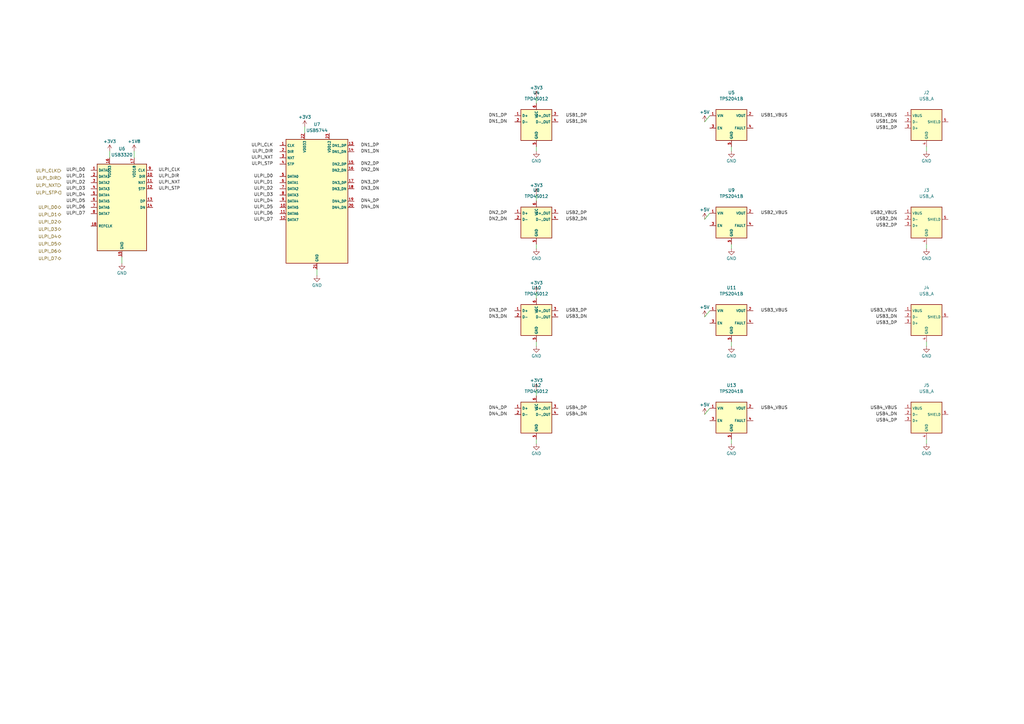
<source format=kicad_sch>
(kicad_sch (version 20231120) (generator "eeschema") (generator_version "8.0")
  (paper "A3")
  (title_block (title "USB Subsystem") (company "fcBoard"))
  (lib_symbols
    (symbol "USB3320"
      (property "Reference" "U" (at 0 16.51 0))
      (property "Value" "USB3320" (at 0 13.97 0))
      (symbol "USB3320_0_1"
        (rectangle (start -10.16 12.7) (end 10.16 -22.86) (stroke (width 0.254)) (fill (type background)))
      )
      (symbol "USB3320_1_1"
        (pin bidirectional line (at -12.7 10.16 0) (length 2.54) (name "DATA0") (number "1"))
        (pin bidirectional line (at -12.7 7.62 0) (length 2.54) (name "DATA1") (number "2"))
        (pin bidirectional line (at -12.7 5.08 0) (length 2.54) (name "DATA2") (number "3"))
        (pin bidirectional line (at -12.7 2.54 0) (length 2.54) (name "DATA3") (number "4"))
        (pin bidirectional line (at -12.7 0 0) (length 2.54) (name "DATA4") (number "5"))
        (pin bidirectional line (at -12.7 -2.54 0) (length 2.54) (name "DATA5") (number "6"))
        (pin bidirectional line (at -12.7 -5.08 0) (length 2.54) (name "DATA6") (number "7"))
        (pin bidirectional line (at -12.7 -7.62 0) (length 2.54) (name "DATA7") (number "8"))
        (pin output line (at 12.7 10.16 180) (length 2.54) (name "CLK") (number "9"))
        (pin output line (at 12.7 7.62 180) (length 2.54) (name "DIR") (number "10"))
        (pin output line (at 12.7 5.08 180) (length 2.54) (name "NXT") (number "11"))
        (pin input line (at 12.7 2.54 180) (length 2.54) (name "STP") (number "12"))
        (pin bidirectional line (at 12.7 -2.54 180) (length 2.54) (name "DP") (number "13"))
        (pin bidirectional line (at 12.7 -5.08 180) (length 2.54) (name "DN") (number "14"))
        (pin power_in line (at 0 -25.4 90) (length 2.54) (name "GND") (number "15"))
        (pin power_in line (at -5.08 15.24 270) (length 2.54) (name "VDD33") (number "16"))
        (pin power_in line (at 5.08 15.24 270) (length 2.54) (name "VDD18") (number "17"))
        (pin input line (at -12.7 -12.7 0) (length 2.54) (name "REFCLK") (number "18"))
      )
    )
    (symbol "USB5744"
      (property "Reference" "U" (at 0 26.67 0))
      (property "Value" "USB5744" (at 0 24.13 0))
      (symbol "USB5744_0_1"
        (rectangle (start -12.7 22.86) (end 12.7 -27.94) (stroke (width 0.254)) (fill (type background)))
      )
      (symbol "USB5744_1_1"
        (pin input line (at -15.24 20.32 0) (length 2.54) (name "CLK") (number "1"))
        (pin input line (at -15.24 17.78 0) (length 2.54) (name "DIR") (number "2"))
        (pin input line (at -15.24 15.24 0) (length 2.54) (name "NXT") (number "3"))
        (pin output line (at -15.24 12.7 0) (length 2.54) (name "STP") (number "4"))
        (pin bidirectional line (at -15.24 7.62 0) (length 2.54) (name "DATA0") (number "5"))
        (pin bidirectional line (at -15.24 5.08 0) (length 2.54) (name "DATA1") (number "6"))
        (pin bidirectional line (at -15.24 2.54 0) (length 2.54) (name "DATA2") (number "7"))
        (pin bidirectional line (at -15.24 0 0) (length 2.54) (name "DATA3") (number "8"))
        (pin bidirectional line (at -15.24 -2.54 0) (length 2.54) (name "DATA4") (number "9"))
        (pin bidirectional line (at -15.24 -5.08 0) (length 2.54) (name "DATA5") (number "10"))
        (pin bidirectional line (at -15.24 -7.62 0) (length 2.54) (name "DATA6") (number "11"))
        (pin bidirectional line (at -15.24 -10.16 0) (length 2.54) (name "DATA7") (number "12"))
        (pin bidirectional line (at 15.24 20.32 180) (length 2.54) (name "DN1_DP") (number "13"))
        (pin bidirectional line (at 15.24 17.78 180) (length 2.54) (name "DN1_DN") (number "14"))
        (pin bidirectional line (at 15.24 12.7 180) (length 2.54) (name "DN2_DP") (number "15"))
        (pin bidirectional line (at 15.24 10.16 180) (length 2.54) (name "DN2_DN") (number "16"))
        (pin bidirectional line (at 15.24 5.08 180) (length 2.54) (name "DN3_DP") (number "17"))
        (pin bidirectional line (at 15.24 2.54 180) (length 2.54) (name "DN3_DN") (number "18"))
        (pin bidirectional line (at 15.24 -2.54 180) (length 2.54) (name "DN4_DP") (number "19"))
        (pin bidirectional line (at 15.24 -5.08 180) (length 2.54) (name "DN4_DN") (number "20"))
        (pin power_in line (at 0 -30.48 90) (length 2.54) (name "GND") (number "21"))
        (pin power_in line (at -5.08 25.4 270) (length 2.54) (name "VDD33") (number "22"))
        (pin power_in line (at 5.08 25.4 270) (length 2.54) (name "VDD12") (number "23"))
      )
    )
    (symbol "TPD4S012"
      (property "Reference" "U" (at 0 8.89 0))
      (property "Value" "TPD4S012" (at 0 6.35 0))
      (symbol "TPD4S012_0_1"
        (rectangle (start -6.35 5.08) (end 6.35 -7.62) (stroke (width 0.254)) (fill (type background)))
      )
      (symbol "TPD4S012_1_1"
        (pin bidirectional line (at -8.89 2.54 0) (length 2.54) (name "D+") (number "1"))
        (pin bidirectional line (at -8.89 0 0) (length 2.54) (name "D-") (number "2"))
        (pin bidirectional line (at 8.89 2.54 180) (length 2.54) (name "D+_OUT") (number "3"))
        (pin bidirectional line (at 8.89 0 180) (length 2.54) (name "D-_OUT") (number "4"))
        (pin power_in line (at 0 -10.16 90) (length 2.54) (name "GND") (number "5"))
        (pin power_in line (at 0 7.62 270) (length 2.54) (name "VCC") (number "6"))
      )
    )
    (symbol "TPS2041B"
      (property "Reference" "U" (at 0 8.89 0))
      (property "Value" "TPS2041B" (at 0 6.35 0))
      (symbol "TPS2041B_0_1"
        (rectangle (start -6.35 5.08) (end 6.35 -7.62) (stroke (width 0.254)) (fill (type background)))
      )
      (symbol "TPS2041B_1_1"
        (pin power_in line (at -8.89 2.54 0) (length 2.54) (name "VIN") (number "1"))
        (pin power_out line (at 8.89 2.54 180) (length 2.54) (name "VOUT") (number "2"))
        (pin input line (at -8.89 -2.54 0) (length 2.54) (name "EN") (number "3"))
        (pin output line (at 8.89 -2.54 180) (length 2.54) (name "FAULT") (number "4"))
        (pin power_in line (at 0 -10.16 90) (length 2.54) (name "GND") (number "5"))
      )
    )
    (symbol "USB_A"
      (property "Reference" "J" (at 0 8.89 0))
      (property "Value" "USB_A" (at 0 6.35 0))
      (symbol "USB_A_0_1"
        (rectangle (start -6.35 5.08) (end 6.35 -7.62) (stroke (width 0.254)) (fill (type background)))
      )
      (symbol "USB_A_1_1"
        (pin power_in line (at -8.89 2.54 0) (length 2.54) (name "VBUS") (number "1"))
        (pin bidirectional line (at -8.89 0 0) (length 2.54) (name "D-") (number "2"))
        (pin bidirectional line (at -8.89 -2.54 0) (length 2.54) (name "D+") (number "3"))
        (pin power_in line (at 0 -10.16 90) (length 2.54) (name "GND") (number "4"))
        (pin passive line (at 8.89 0 180) (length 2.54) (name "SHIELD") (number "5"))
      )
    )
    (symbol "power:+3V3" (power) (pin_names (offset 0))
      (property "Value" "+3V3" (at 0 3.556 0))
      (symbol "+3V3_0_1"
        (polyline (pts (xy -0.762 1.27) (xy 0 2.54)))
        (polyline (pts (xy 0 0) (xy 0 2.54)))
        (polyline (pts (xy 0 2.54) (xy 0.762 1.27)))
      )
      (symbol "+3V3_1_1"
        (pin power_in line (at 0 0 90) (length 0) hide (name "+3V3") (number "1"))
      )
    )
    (symbol "power:+5V" (power) (pin_names (offset 0))
      (property "Value" "+5V" (at 0 3.556 0))
      (symbol "+5V_0_1"
        (polyline (pts (xy -0.762 1.27) (xy 0 2.54)))
        (polyline (pts (xy 0 0) (xy 0 2.54)))
        (polyline (pts (xy 0 2.54) (xy 0.762 1.27)))
      )
      (symbol "+5V_1_1"
        (pin power_in line (at 0 0 90) (length 0) hide (name "+5V") (number "1"))
      )
    )
    (symbol "power:+1V8" (power) (pin_names (offset 0))
      (property "Value" "+1V8" (at 0 3.556 0))
      (symbol "+1V8_0_1"
        (polyline (pts (xy -0.762 1.27) (xy 0 2.54)))
        (polyline (pts (xy 0 0) (xy 0 2.54)))
        (polyline (pts (xy 0 2.54) (xy 0.762 1.27)))
      )
      (symbol "+1V8_1_1"
        (pin power_in line (at 0 0 90) (length 0) hide (name "+1V8") (number "1"))
      )
    )
    (symbol "power:GND" (power) (pin_names (offset 0))
      (property "Value" "GND" (at 0 -3.81 0))
      (symbol "GND_0_1"
        (polyline (pts (xy 0 0) (xy 0 -1.27) (xy 1.27 -1.27) (xy 0 -2.54) (xy -1.27 -1.27) (xy 0 -1.27)))
      )
      (symbol "GND_1_1"
        (pin power_in line (at 0 0 270) (length 0) hide (name "GND") (number "1"))
      )
    )
  )
  (symbol (lib_id "USB3320") (at 50 80 0) (unit 1)
    (property "Reference" "U6" (at 50 61 0))
    (property "Value" "USB3320" (at 50 63.5 0))
    (property "Footprint" "Package_DFN_QFN:QFN-32-1EP_5x5mm_P0.5mm_EP3.1x3.1mm" (effects hide))
  )
  (symbol (lib_id "USB5744") (at 130 80 0) (unit 1)
    (property "Reference" "U7" (at 130 51 0))
    (property "Value" "USB5744" (at 130 53.5 0))
    (property "Footprint" "Package_DFN_QFN:QFN-48-1EP_6x6mm_P0.4mm_EP4.25x4.25mm" (effects hide))
  )
  (symbol (lib_id "TPD4S012") (at 220 50 0) (unit 1)
    (property "Reference" "U4" (at 220 38 0))
    (property "Value" "TPD4S012" (at 220 40.5 0))
    (property "Footprint" "Package_DFN_QFN:UQFN-10_1.4x1.8mm_P0.4mm" (effects hide))
  )
  (symbol (lib_id "TPS2041B") (at 300 50 0) (unit 1)
    (property "Reference" "U5" (at 300 38 0))
    (property "Value" "TPS2041B" (at 300 40.5 0))
    (property "Footprint" "Package_TO_SOT_SMD:SOT-23-5" (effects hide))
  )
  (symbol (lib_id "USB_A") (at 380 50 0) (unit 1)
    (property "Reference" "J2" (at 380 38 0))
    (property "Value" "USB_A" (at 380 40.5 0))
    (property "Footprint" "Connector_USB:USB_A_Stewart_SS-52100-001_Horizontal" (effects hide))
  )
  (symbol (lib_id "TPD4S012") (at 220 90 0) (unit 1)
    (property "Reference" "U8" (at 220 78 0))
    (property "Value" "TPD4S012" (at 220 80.5 0))
    (property "Footprint" "Package_DFN_QFN:UQFN-10_1.4x1.8mm_P0.4mm" (effects hide))
  )
  (symbol (lib_id "TPS2041B") (at 300 90 0) (unit 1)
    (property "Reference" "U9" (at 300 78 0))
    (property "Value" "TPS2041B" (at 300 80.5 0))
    (property "Footprint" "Package_TO_SOT_SMD:SOT-23-5" (effects hide))
  )
  (symbol (lib_id "USB_A") (at 380 90 0) (unit 1)
    (property "Reference" "J3" (at 380 78 0))
    (property "Value" "USB_A" (at 380 80.5 0))
    (property "Footprint" "Connector_USB:USB_A_Stewart_SS-52100-001_Horizontal" (effects hide))
  )
  (symbol (lib_id "TPD4S012") (at 220 130 0) (unit 1)
    (property "Reference" "U10" (at 220 118 0))
    (property "Value" "TPD4S012" (at 220 120.5 0))
    (property "Footprint" "Package_DFN_QFN:UQFN-10_1.4x1.8mm_P0.4mm" (effects hide))
  )
  (symbol (lib_id "TPS2041B") (at 300 130 0) (unit 1)
    (property "Reference" "U11" (at 300 118 0))
    (property "Value" "TPS2041B" (at 300 120.5 0))
    (property "Footprint" "Package_TO_SOT_SMD:SOT-23-5" (effects hide))
  )
  (symbol (lib_id "USB_A") (at 380 130 0) (unit 1)
    (property "Reference" "J4" (at 380 118 0))
    (property "Value" "USB_A" (at 380 120.5 0))
    (property "Footprint" "Connector_USB:USB_A_Stewart_SS-52100-001_Horizontal" (effects hide))
  )
  (symbol (lib_id "TPD4S012") (at 220 170 0) (unit 1)
    (property "Reference" "U12" (at 220 158 0))
    (property "Value" "TPD4S012" (at 220 160.5 0))
    (property "Footprint" "Package_DFN_QFN:UQFN-10_1.4x1.8mm_P0.4mm" (effects hide))
  )
  (symbol (lib_id "TPS2041B") (at 300 170 0) (unit 1)
    (property "Reference" "U13" (at 300 158 0))
    (property "Value" "TPS2041B" (at 300 160.5 0))
    (property "Footprint" "Package_TO_SOT_SMD:SOT-23-5" (effects hide))
  )
  (symbol (lib_id "USB_A") (at 380 170 0) (unit 1)
    (property "Reference" "J5" (at 380 158 0))
    (property "Value" "USB_A" (at 380 160.5 0))
    (property "Footprint" "Connector_USB:USB_A_Stewart_SS-52100-001_Horizontal" (effects hide))
  )
  (symbol (lib_id "power:+3V3") (at 45 62 0) (unit 1) (in_bom no)
    (property "Reference" "#PWR01" (effects hide))
    (property "Value" "+3V3" (at 45 58 0))
  )
  (symbol (lib_id "power:+1V8") (at 55 62 0) (unit 1) (in_bom no)
    (property "Reference" "#PWR02" (effects hide))
    (property "Value" "+1V8" (at 55 58 0))
  )
  (symbol (lib_id "power:GND") (at 50 108 0) (unit 1) (in_bom no)
    (property "Reference" "#PWR03" (effects hide))
    (property "Value" "GND" (at 50 112 0))
  )
  (symbol (lib_id "power:+3V3") (at 125 52 0) (unit 1) (in_bom no)
    (property "Reference" "#PWR04" (effects hide))
    (property "Value" "+3V3" (at 125 48 0))
  )
  (symbol (lib_id "power:GND") (at 130 113 0) (unit 1) (in_bom no)
    (property "Reference" "#PWR05" (effects hide))
    (property "Value" "GND" (at 130 117 0))
  )
  (symbol (lib_id "power:+3V3") (at 220 40 0) (unit 1) (in_bom no)
    (property "Reference" "#PWR06" (effects hide))
    (property "Value" "+3V3" (at 220 36 0))
  )
  (symbol (lib_id "power:GND") (at 220 62 0) (unit 1) (in_bom no)
    (property "Reference" "#PWR07" (effects hide))
    (property "Value" "GND" (at 220 66 0))
  )
  (symbol (lib_id "power:+5V") (at 289 50 0) (unit 1) (in_bom no)
    (property "Reference" "#PWR08" (effects hide))
    (property "Value" "+5V" (at 289 46 0))
  )
  (symbol (lib_id "power:GND") (at 300 62 0) (unit 1) (in_bom no)
    (property "Reference" "#PWR09" (effects hide))
    (property "Value" "GND" (at 300 66 0))
  )
  (symbol (lib_id "power:GND") (at 380 62 0) (unit 1) (in_bom no)
    (property "Reference" "#PWR10" (effects hide))
    (property "Value" "GND" (at 380 66 0))
  )
  (symbol (lib_id "power:+3V3") (at 220 80 0) (unit 1) (in_bom no)
    (property "Reference" "#PWR11" (effects hide))
    (property "Value" "+3V3" (at 220 76 0))
  )
  (symbol (lib_id "power:GND") (at 220 102 0) (unit 1) (in_bom no)
    (property "Reference" "#PWR12" (effects hide))
    (property "Value" "GND" (at 220 106 0))
  )
  (symbol (lib_id "power:+5V") (at 289 90 0) (unit 1) (in_bom no)
    (property "Reference" "#PWR13" (effects hide))
    (property "Value" "+5V" (at 289 86 0))
  )
  (symbol (lib_id "power:GND") (at 300 102 0) (unit 1) (in_bom no)
    (property "Reference" "#PWR14" (effects hide))
    (property "Value" "GND" (at 300 106 0))
  )
  (symbol (lib_id "power:GND") (at 380 102 0) (unit 1) (in_bom no)
    (property "Reference" "#PWR15" (effects hide))
    (property "Value" "GND" (at 380 106 0))
  )
  (symbol (lib_id "power:+3V3") (at 220 120 0) (unit 1) (in_bom no)
    (property "Reference" "#PWR16" (effects hide))
    (property "Value" "+3V3" (at 220 116 0))
  )
  (symbol (lib_id "power:GND") (at 220 142 0) (unit 1) (in_bom no)
    (property "Reference" "#PWR17" (effects hide))
    (property "Value" "GND" (at 220 146 0))
  )
  (symbol (lib_id "power:+5V") (at 289 130 0) (unit 1) (in_bom no)
    (property "Reference" "#PWR18" (effects hide))
    (property "Value" "+5V" (at 289 126 0))
  )
  (symbol (lib_id "power:GND") (at 300 142 0) (unit 1) (in_bom no)
    (property "Reference" "#PWR19" (effects hide))
    (property "Value" "GND" (at 300 146 0))
  )
  (symbol (lib_id "power:GND") (at 380 142 0) (unit 1) (in_bom no)
    (property "Reference" "#PWR20" (effects hide))
    (property "Value" "GND" (at 380 146 0))
  )
  (symbol (lib_id "power:+3V3") (at 220 160 0) (unit 1) (in_bom no)
    (property "Reference" "#PWR21" (effects hide))
    (property "Value" "+3V3" (at 220 156 0))
  )
  (symbol (lib_id "power:GND") (at 220 182 0) (unit 1) (in_bom no)
    (property "Reference" "#PWR22" (effects hide))
    (property "Value" "GND" (at 220 186 0))
  )
  (symbol (lib_id "power:+5V") (at 289 170 0) (unit 1) (in_bom no)
    (property "Reference" "#PWR23" (effects hide))
    (property "Value" "+5V" (at 289 166 0))
  )
  (symbol (lib_id "power:GND") (at 300 182 0) (unit 1) (in_bom no)
    (property "Reference" "#PWR24" (effects hide))
    (property "Value" "GND" (at 300 186 0))
  )
  (symbol (lib_id "power:GND") (at 380 182 0) (unit 1) (in_bom no)
    (property "Reference" "#PWR25" (effects hide))
    (property "Value" "GND" (at 380 186 0))
  )
  (label "ULPI_CLK" (at 65 69.84 0))
  (label "ULPI_DIR" (at 65 72.38 0))
  (label "ULPI_NXT" (at 65 74.92 0))
  (label "ULPI_STP" (at 65 77.46 0))
  (label "ULPI_D0" (at 35 69.84 180))
  (label "ULPI_D1" (at 35 72.38 180))
  (label "ULPI_D2" (at 35 74.92 180))
  (label "ULPI_D3" (at 35 77.46 180))
  (label "ULPI_D4" (at 35 80 180))
  (label "ULPI_D5" (at 35 82.54 180))
  (label "ULPI_D6" (at 35 85.08 180))
  (label "ULPI_D7" (at 35 87.62 180))
  (label "ULPI_CLK" (at 112 59.68 180))
  (label "ULPI_DIR" (at 112 62.22 180))
  (label "ULPI_NXT" (at 112 64.76 180))
  (label "ULPI_STP" (at 112 67.3 180))
  (label "ULPI_D0" (at 112 72.38 180))
  (label "ULPI_D1" (at 112 74.92 180))
  (label "ULPI_D2" (at 112 77.46 180))
  (label "ULPI_D3" (at 112 80 180))
  (label "ULPI_D4" (at 112 82.54 180))
  (label "ULPI_D5" (at 112 85.08 180))
  (label "ULPI_D6" (at 112 87.62 180))
  (label "ULPI_D7" (at 112 90.16 180))
  (label "DN1_DP" (at 148 59.68 0))
  (label "DN1_DN" (at 148 62.22 0))
  (label "DN1_DP" (at 208 47.46 180))
  (label "DN1_DN" (at 208 50 180))
  (label "DN2_DP" (at 148 67.3 0))
  (label "DN2_DN" (at 148 69.84 0))
  (label "DN2_DP" (at 208 87.46 180))
  (label "DN2_DN" (at 208 90 180))
  (label "DN3_DP" (at 148 74.92 0))
  (label "DN3_DN" (at 148 77.46 0))
  (label "DN3_DP" (at 208 127.46 180))
  (label "DN3_DN" (at 208 130 180))
  (label "DN4_DP" (at 148 82.54 0))
  (label "DN4_DN" (at 148 85.08 0))
  (label "DN4_DP" (at 208 167.46 180))
  (label "DN4_DN" (at 208 170 180))
  (label "USB1_DP" (at 232 47.46 0))
  (label "USB1_DN" (at 232 50 0))
  (label "USB1_VBUS" (at 312 47.46 0))
  (label "USB1_VBUS" (at 368 47.46 180))
  (label "USB1_DN" (at 368 50 180))
  (label "USB1_DP" (at 368 52.54 180))
  (label "USB2_DP" (at 232 87.46 0))
  (label "USB2_DN" (at 232 90 0))
  (label "USB2_VBUS" (at 312 87.46 0))
  (label "USB2_VBUS" (at 368 87.46 180))
  (label "USB2_DN" (at 368 90 180))
  (label "USB2_DP" (at 368 92.54 180))
  (label "USB3_DP" (at 232 127.46 0))
  (label "USB3_DN" (at 232 130 0))
  (label "USB3_VBUS" (at 312 127.46 0))
  (label "USB3_VBUS" (at 368 127.46 180))
  (label "USB3_DN" (at 368 130 180))
  (label "USB3_DP" (at 368 132.54 180))
  (label "USB4_DP" (at 232 167.46 0))
  (label "USB4_DN" (at 232 170 0))
  (label "USB4_VBUS" (at 312 167.46 0))
  (label "USB4_VBUS" (at 368 167.46 180))
  (label "USB4_DN" (at 368 170 180))
  (label "USB4_DP" (at 368 172.54 180))
  (wire (pts (xy 45 62) (xy 45 64.76)))
  (wire (pts (xy 55 62) (xy 55 64.76)))
  (wire (pts (xy 50 105.4) (xy 50 108)))
  (wire (pts (xy 125 52) (xy 125 54.6)))
  (wire (pts (xy 130 110.48) (xy 130 113)))
  (wire (pts (xy 220 42.38) (xy 220 40)))
  (wire (pts (xy 220 60.16) (xy 220 62)))
  (wire (pts (xy 289 50) (xy 291.11 47.46)))
  (wire (pts (xy 300 60.16) (xy 300 62)))
  (wire (pts (xy 380 60.16) (xy 380 62)))
  (wire (pts (xy 220 82.38) (xy 220 80)))
  (wire (pts (xy 220 100.16) (xy 220 102)))
  (wire (pts (xy 289 90) (xy 291.11 87.46)))
  (wire (pts (xy 300 100.16) (xy 300 102)))
  (wire (pts (xy 380 100.16) (xy 380 102)))
  (wire (pts (xy 220 122.38) (xy 220 120)))
  (wire (pts (xy 220 140.16) (xy 220 142)))
  (wire (pts (xy 289 130) (xy 291.11 127.46)))
  (wire (pts (xy 300 140.16) (xy 300 142)))
  (wire (pts (xy 380 140.16) (xy 380 142)))
  (wire (pts (xy 220 162.38) (xy 220 160)))
  (wire (pts (xy 220 180.16) (xy 220 182)))
  (wire (pts (xy 289 170) (xy 291.11 167.46)))
  (wire (pts (xy 300 180.16) (xy 300 182)))
  (wire (pts (xy 380 180.16) (xy 380 182)))
  (hierarchical_label "ULPI_CLK" (shape input) (at 25 70 180))
  (hierarchical_label "ULPI_DIR" (shape input) (at 25 73 180))
  (hierarchical_label "ULPI_NXT" (shape input) (at 25 76 180))
  (hierarchical_label "ULPI_STP" (shape output) (at 25 79 180))
  (hierarchical_label "ULPI_D0" (shape bidirectional) (at 25 85 180))
  (hierarchical_label "ULPI_D1" (shape bidirectional) (at 25 88 180))
  (hierarchical_label "ULPI_D2" (shape bidirectional) (at 25 91 180))
  (hierarchical_label "ULPI_D3" (shape bidirectional) (at 25 94 180))
  (hierarchical_label "ULPI_D4" (shape bidirectional) (at 25 97 180))
  (hierarchical_label "ULPI_D5" (shape bidirectional) (at 25 100 180))
  (hierarchical_label "ULPI_D6" (shape bidirectional) (at 25 103 180))
  (hierarchical_label "ULPI_D7" (shape bidirectional) (at 25 106 180))
)
</source>
